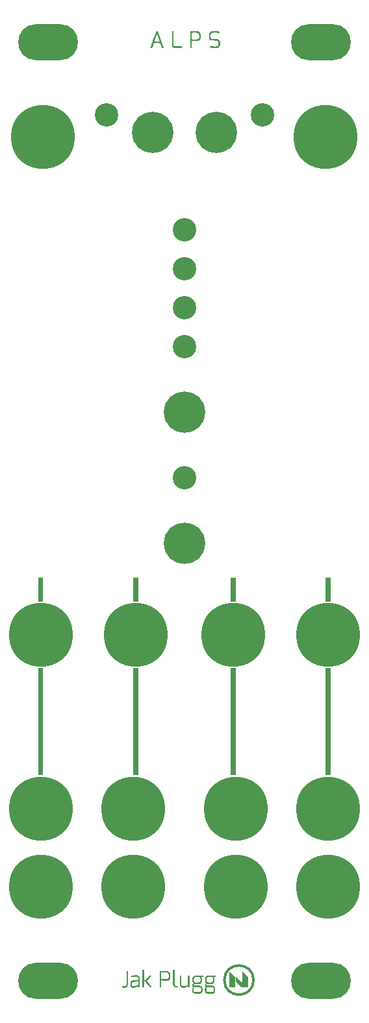
<source format=gts>
G04 DipTrace 4.1.1.0*
G04 alps_panel02.GTS*
%MOIN*%
G04 #@! TF.FileFunction,Soldermask,Top*
G04 #@! TF.Part,Single*
%ADD20C,0.013189*%
%ADD24C,0.120079*%
%ADD25C,0.212*%
%ADD30O,0.307213X0.185165*%
%ADD32C,0.328*%
%FSLAX26Y26*%
G04*
G70*
G90*
G75*
G01*
G04 TopMask*
%LPD*%
D24*
X1379000Y4369000D3*
Y4169000D3*
X979000Y4956500D3*
D25*
X1216500Y4869000D3*
D24*
X1379000Y3093999D3*
D25*
Y3431500D3*
Y2756500D3*
D24*
Y3969000D3*
Y3769000D3*
X1779000Y4956500D3*
D25*
X1541500Y4869000D3*
D32*
X1641500Y994000D3*
X641500D3*
X654000Y4844000D3*
X2104000D3*
X1116500Y994000D3*
D30*
X2079000Y512150D3*
X679000D3*
Y5332000D3*
X2079000D3*
D32*
X2116500Y994000D3*
X641500Y1394000D3*
X1116500D3*
X1641500D3*
X2116500D3*
X641500Y2287751D3*
X1129000D3*
X1629000D3*
X2116500D3*
X1583256Y514875D2*
D20*
G02X1583256Y514875I75000J0D01*
G01*
G36*
X629000Y2119000D2*
X654000D1*
Y1569000D1*
X629000D1*
Y2119000D1*
G37*
G36*
X1116500D2*
X1141500D1*
Y1569000D1*
X1116500D1*
Y2119000D1*
G37*
G36*
X1616500D2*
X1641500D1*
Y1569000D1*
X1616500D1*
Y2119000D1*
G37*
G36*
X2104000D2*
X2129000D1*
Y1569000D1*
X2104000D1*
Y2119000D1*
G37*
G36*
X1616500Y2581500D2*
X1641500D1*
Y2456500D1*
X1616500D1*
Y2581500D1*
G37*
G36*
X2104000D2*
X2129000D1*
Y2456500D1*
X2104000D1*
Y2581500D1*
G37*
G36*
X1116500D2*
X1141500D1*
Y2456500D1*
X1116500D1*
Y2581500D1*
G37*
G36*
X629000D2*
X654000D1*
Y2456500D1*
X629000D1*
Y2581500D1*
G37*
G36*
X1163971Y568279D2*
Y476940D1*
X1171321D1*
Y507387D1*
X1173420Y508436D1*
X1175520D1*
X1177620Y507387D1*
X1181819Y503187D1*
Y502137D1*
X1184969Y497938D1*
X1201767Y476940D1*
X1212265D1*
X1209116Y481140D1*
X1204916Y486389D1*
X1201767Y490589D1*
X1197567Y495838D1*
X1191268Y504237D1*
X1187069Y509486D1*
X1184969Y511586D1*
Y512636D1*
X1197567Y525234D1*
X1199667Y526284D1*
X1211216Y537833D1*
X1200717D1*
X1197567Y535733D1*
X1182869Y522085D1*
X1177620Y516835D1*
X1175520Y515786D1*
X1173420D1*
X1171321Y516835D1*
Y568279D1*
X1163971D1*
G37*
G36*
X1320402D2*
Y492688D1*
X1321452Y487439D1*
X1324601Y481140D1*
X1326701Y479040D1*
X1328801Y477990D1*
X1331950Y476940D1*
X1345599D1*
Y482190D1*
X1342449Y483240D1*
X1334050Y485339D1*
X1331950Y486389D1*
X1328801Y489539D1*
Y492688D1*
X1327751Y568279D1*
X1320402D1*
G37*
G36*
X1081032Y561980D2*
Y493738D1*
X1079982Y492688D1*
X1078932Y488489D1*
Y487439D1*
X1076832Y485339D1*
X1074733Y484289D1*
X1070183Y483240D1*
X1065634D1*
X1061084Y484289D1*
X1058985D1*
X1057935Y481140D1*
Y479040D1*
X1062134Y476940D1*
X1067383Y475891D1*
X1073683D1*
X1078932Y476940D1*
X1083132Y479040D1*
X1085231Y481140D1*
X1086281Y483240D1*
X1087331Y486389D1*
X1088381Y491639D1*
Y561980D1*
X1081032D1*
G37*
G36*
X1252160Y553581D2*
Y476940D1*
X1259509D1*
Y512636D1*
X1263709Y513686D1*
X1267908D1*
X1272108Y512636D1*
X1284706Y511586D1*
X1289956D1*
X1295205Y512636D1*
X1299404Y514736D1*
X1303604Y518935D1*
X1304654Y521035D1*
X1305704Y524184D1*
X1306754Y528384D1*
Y546232D1*
X1304654Y552531D1*
X1303604Y554631D1*
X1299404Y558830D1*
X1295205Y560930D1*
X1292055Y561980D1*
X1252160D1*
Y553581D1*
X1259509D1*
X1269658Y554631D1*
X1279807D1*
X1289956Y553581D1*
X1293105Y552531D1*
X1295205Y551481D1*
X1297305Y549381D1*
Y548331D1*
X1298355Y544132D1*
X1299404Y543082D1*
Y530484D1*
X1298355Y529434D1*
X1297305Y525234D1*
Y524184D1*
X1295205Y522085D1*
X1293105Y521035D1*
X1281907Y519985D1*
X1270708D1*
X1259509Y521035D1*
Y553581D1*
X1252160D1*
G37*
G36*
X1103079Y506337D2*
X1102029Y505287D1*
X1100979Y503187D1*
Y486389D1*
X1103079Y482190D1*
X1107279Y477990D1*
X1109378Y476940D1*
X1113578Y475891D1*
X1117777D1*
X1123027Y476940D1*
X1127226Y477990D1*
X1130376Y479040D1*
X1135625Y481140D1*
X1139824Y483240D1*
X1140948Y483866D1*
X1141860Y483799D1*
X1142974Y483240D1*
Y481140D1*
X1144024Y477990D1*
X1145074Y476940D1*
X1150323D1*
Y525234D1*
X1149273Y529434D1*
X1147174Y533633D1*
X1144024Y536783D1*
X1139824Y538883D1*
X1134575Y539933D1*
X1129326D1*
X1115677Y538883D1*
X1108328Y537833D1*
X1104129Y536783D1*
X1103079Y535733D1*
Y530484D1*
X1106229D1*
X1128276Y531534D1*
X1130376Y532583D1*
X1132475D1*
X1134575Y531534D1*
X1138775Y530484D1*
X1141924Y527334D1*
Y525234D1*
X1142974Y524184D1*
Y514736D1*
X1112528Y513686D1*
X1109378Y512636D1*
X1107279Y511586D1*
X1103079Y507387D1*
Y506337D1*
X1129326D1*
X1133875Y507387D1*
X1138425D1*
X1142974Y506337D1*
Y490589D1*
X1133525Y487439D1*
X1125126Y485339D1*
X1120577Y484289D1*
X1116027D1*
X1111478Y485339D1*
X1108328Y488489D1*
Y500038D1*
X1109378Y501087D1*
Y502137D1*
X1111478Y504237D1*
X1114628Y505287D1*
X1129326Y506337D1*
X1103079D1*
G37*
G36*
X1422239Y477990D2*
X1420139Y475891D1*
X1418040Y472741D1*
Y461192D1*
X1419090Y455943D1*
X1421189Y451744D1*
X1425389Y447544D1*
X1427488Y446494D1*
X1430638Y445444D1*
X1460034D1*
X1463184Y446494D1*
X1465284Y447544D1*
X1468433Y450694D1*
X1470533Y454893D1*
X1471583Y459093D1*
Y473791D1*
X1470533Y476940D1*
X1468433Y481140D1*
X1466334Y483240D1*
X1462134Y485339D1*
X1456885Y486389D1*
X1427488Y487439D1*
X1426439Y488489D1*
Y491639D1*
X1428538Y493738D1*
X1455835Y494788D1*
X1458985Y495838D1*
X1462134Y497938D1*
X1464234Y500038D1*
X1467383Y506337D1*
X1468433Y509486D1*
Y524184D1*
X1467383Y527334D1*
X1465284Y529434D1*
Y530484D1*
X1470533Y531534D1*
X1474733Y532583D1*
Y538883D1*
X1435887D1*
X1431688Y537833D1*
X1428538Y536783D1*
X1425389Y534683D1*
X1423289Y532583D1*
X1421189Y529434D1*
X1432738D1*
X1440437Y530484D1*
X1448136D1*
X1455835Y529434D1*
X1457935Y528384D1*
X1458780Y527028D1*
X1458985Y526284D1*
X1460034Y523135D1*
X1461084Y522085D1*
Y510536D1*
X1460034Y509486D1*
X1458985Y507387D1*
X1458639Y506113D1*
X1457935Y505287D1*
X1453735Y503187D1*
X1447086Y502137D1*
X1440437D1*
X1433788Y503187D1*
X1429588Y505287D1*
Y506337D1*
X1428538Y508436D1*
X1427488Y511586D1*
X1426439Y512636D1*
Y521035D1*
X1427488Y522085D1*
X1428538Y525234D1*
Y526284D1*
X1430638Y528384D1*
X1432738Y529434D1*
X1421189D1*
X1420139Y527334D1*
X1419090Y523135D1*
Y510536D1*
X1420139Y506337D1*
X1421189Y504237D1*
X1425389Y500038D1*
X1423289Y498988D1*
X1420139Y495838D1*
X1419090Y493738D1*
Y485339D1*
X1422239Y479040D1*
Y477990D1*
X1426439D1*
X1427562Y478617D1*
X1428474Y478550D1*
X1429588Y477990D1*
X1461084Y476940D1*
X1463184Y474841D1*
Y472741D1*
X1464234Y471691D1*
Y461192D1*
X1463184Y460142D1*
X1462134Y456993D1*
X1461789Y455719D1*
X1461084Y454893D1*
X1458985Y453843D1*
X1449886Y452793D1*
X1440787D1*
X1431688Y453843D1*
X1429588Y454893D1*
X1426439Y458043D1*
Y477990D1*
X1422239D1*
G37*
G36*
X1487331D2*
X1485231Y475891D1*
X1483132Y472741D1*
Y461192D1*
X1484181Y455943D1*
X1486281Y451744D1*
X1490481Y447544D1*
X1492580Y446494D1*
X1495730Y445444D1*
X1525126D1*
X1528276Y446494D1*
X1530376Y447544D1*
X1533525Y450694D1*
X1535625Y454893D1*
X1536675Y459093D1*
Y473791D1*
X1535625Y476940D1*
X1533525Y481140D1*
X1531425Y483240D1*
X1527226Y485339D1*
X1521977Y486389D1*
X1492580Y487439D1*
X1491530Y488489D1*
Y491639D1*
X1493630Y493738D1*
X1520927Y494788D1*
X1524076Y495838D1*
X1527226Y497938D1*
X1529326Y500038D1*
X1532475Y506337D1*
X1533525Y509486D1*
Y524184D1*
X1532475Y527334D1*
X1530376Y529434D1*
Y530484D1*
X1535625Y531534D1*
X1539824Y532583D1*
Y538883D1*
X1500979D1*
X1496780Y537833D1*
X1493630Y536783D1*
X1490481Y534683D1*
X1488381Y532583D1*
X1486281Y529434D1*
X1497830D1*
X1505529Y530484D1*
X1513228D1*
X1520927Y529434D1*
X1523027Y528384D1*
X1523872Y527028D1*
X1524076Y526284D1*
X1525126Y523135D1*
X1526176Y522085D1*
Y510536D1*
X1525126Y509486D1*
X1524076Y507387D1*
X1523731Y506113D1*
X1523027Y505287D1*
X1518827Y503187D1*
X1512178Y502137D1*
X1505529D1*
X1498880Y503187D1*
X1494680Y505287D1*
Y506337D1*
X1493630Y508436D1*
X1492580Y511586D1*
X1491530Y512636D1*
Y521035D1*
X1492580Y522085D1*
X1493630Y525234D1*
Y526284D1*
X1495730Y528384D1*
X1497830Y529434D1*
X1486281D1*
X1485231Y527334D1*
X1484181Y523135D1*
Y510536D1*
X1485231Y506337D1*
X1486281Y504237D1*
X1490481Y500038D1*
X1488381Y498988D1*
X1485231Y495838D1*
X1484181Y493738D1*
Y485339D1*
X1487331Y479040D1*
Y477990D1*
X1491530D1*
X1492654Y478617D1*
X1493566Y478550D1*
X1494680Y477990D1*
X1526176Y476940D1*
X1528276Y474841D1*
Y472741D1*
X1529326Y471691D1*
Y461192D1*
X1528276Y460142D1*
X1527226Y456993D1*
X1526881Y455719D1*
X1526176Y454893D1*
X1524076Y453843D1*
X1514978Y452793D1*
X1505879D1*
X1496780Y453843D1*
X1494680Y454893D1*
X1491530Y458043D1*
Y477990D1*
X1487331D1*
G37*
G36*
X1355048Y537833D2*
Y490589D1*
X1356097Y487439D1*
X1358197Y483240D1*
X1362397Y479040D1*
X1366596Y476940D1*
X1369746Y475891D1*
X1379195D1*
X1385494Y477990D1*
X1393893Y482190D1*
X1394943Y483240D1*
X1395727Y483914D1*
X1396271Y483852D1*
X1396992Y483135D1*
X1397555Y482169D1*
X1398092Y481140D1*
X1399142Y477990D1*
X1400192Y476940D1*
X1404391D1*
Y537833D1*
X1397042D1*
Y490589D1*
X1390743Y487439D1*
X1384444Y485339D1*
X1379195Y484289D1*
X1376395Y483240D1*
X1373595D1*
X1370796Y484289D1*
X1364496Y487439D1*
Y488489D1*
X1363446Y491639D1*
X1362397Y537833D1*
X1355048D1*
G37*
G36*
X1525126Y5388226D2*
X1518827Y5387177D1*
X1515677Y5386127D1*
X1513578Y5385077D1*
X1508328Y5379828D1*
X1507279Y5377728D1*
X1506229Y5374578D1*
Y5352531D1*
X1507279Y5349381D1*
X1509378Y5345182D1*
X1510428Y5344132D1*
X1513578Y5342032D1*
X1516727Y5340982D1*
X1520927Y5339933D1*
X1547174Y5338883D1*
X1549273Y5337833D1*
X1551373Y5335733D1*
Y5334683D1*
X1552423Y5333633D1*
Y5315786D1*
X1551373Y5314736D1*
X1551028Y5313462D1*
X1550323Y5312636D1*
X1546124Y5310536D1*
X1540874Y5309486D1*
X1536325Y5308436D1*
X1531775D1*
X1527226Y5309486D1*
X1508328Y5310536D1*
Y5304237D1*
X1511478Y5303187D1*
X1519877Y5302137D1*
X1530376Y5301087D1*
X1542974D1*
X1548223Y5302137D1*
X1551373Y5303187D1*
X1553473Y5304237D1*
X1557672Y5308436D1*
X1559772Y5312636D1*
X1560822Y5317885D1*
Y5330484D1*
X1559772Y5336783D1*
X1557672Y5340982D1*
X1553473Y5345182D1*
X1549273Y5347282D1*
X1521977Y5348331D1*
X1517777Y5349381D1*
X1515677Y5350431D1*
X1514628Y5351481D1*
Y5353581D1*
X1513578Y5354631D1*
Y5372478D1*
X1514628Y5373528D1*
Y5375628D1*
X1516727Y5377728D1*
X1518827Y5378778D1*
X1530026Y5379828D1*
X1541224D1*
X1552423Y5378778D1*
X1557672D1*
Y5385077D1*
X1552423Y5386127D1*
X1544024Y5387177D1*
X1532475Y5388226D1*
X1525126D1*
G37*
G36*
X1230113Y5373528D2*
X1229063Y5372478D1*
X1228013Y5369329D1*
X1226964Y5367229D1*
X1224864Y5360930D1*
X1223814Y5358830D1*
X1220664Y5349381D1*
X1219614Y5347282D1*
X1216465Y5337833D1*
X1215415Y5335733D1*
X1213315Y5329434D1*
X1212265Y5327334D1*
X1209116Y5317885D1*
X1208066Y5315786D1*
X1205966Y5309486D1*
X1204916Y5307387D1*
X1203866Y5304237D1*
Y5302137D1*
X1213315D1*
X1217515Y5314736D1*
X1218565Y5318935D1*
X1219614Y5322085D1*
Y5324184D1*
X1220664Y5325234D1*
X1232563Y5326284D1*
X1244461D1*
X1256360Y5325234D1*
Y5323135D1*
X1259509Y5313686D1*
X1260559Y5309486D1*
X1262659Y5303187D1*
X1263709Y5302137D1*
X1272108D1*
Y5304237D1*
X1270008Y5310536D1*
X1268958Y5312636D1*
X1263709Y5328384D1*
X1262659Y5330484D1*
X1256360Y5349381D1*
X1255310Y5351481D1*
X1250061Y5367229D1*
X1249011Y5369329D1*
X1243761Y5385077D1*
X1242712Y5387177D1*
X1234313D1*
X1232213Y5380877D1*
X1231163Y5378778D1*
X1230113Y5375628D1*
Y5373528D1*
X1237462D1*
X1238246Y5374203D1*
X1238777Y5374115D1*
X1239375Y5373246D1*
X1239562Y5372478D1*
X1245861Y5353581D1*
X1246911Y5351481D1*
X1252160Y5335733D1*
X1253210Y5334683D1*
X1243411Y5333633D1*
X1233613D1*
X1223814Y5334683D1*
X1224018Y5335427D1*
X1224864Y5336783D1*
X1225914Y5339933D1*
X1226964Y5342032D1*
X1232213Y5357780D1*
X1233263Y5359880D1*
X1237462Y5372478D1*
Y5373528D1*
X1230113D1*
G37*
G36*
X1315153Y5387177D2*
Y5313686D1*
X1316202Y5309486D1*
X1317252Y5307387D1*
X1320402Y5304237D1*
X1322502Y5303187D1*
X1325651Y5302137D1*
X1366596D1*
Y5309486D1*
X1326701Y5310536D1*
X1324601Y5311586D1*
X1323551Y5312636D1*
Y5387177D1*
X1315153D1*
G37*
G36*
X1407541Y5378778D2*
Y5302137D1*
X1414890D1*
Y5337833D1*
X1419090Y5338883D1*
X1423289D1*
X1427488Y5337833D1*
X1440087Y5336783D1*
X1445336D1*
X1450586Y5337833D1*
X1454785Y5339933D1*
X1458985Y5344132D1*
X1460034Y5346232D1*
X1461084Y5349381D1*
X1462134Y5353581D1*
Y5371429D1*
X1460034Y5377728D1*
X1458985Y5379828D1*
X1454785Y5384027D1*
X1450586Y5386127D1*
X1447436Y5387177D1*
X1407541D1*
Y5378778D1*
X1414890D1*
X1425039Y5379828D1*
X1435188D1*
X1445336Y5378778D1*
X1448486Y5377728D1*
X1450586Y5376678D1*
X1452685Y5374578D1*
Y5373528D1*
X1453735Y5369329D1*
X1454785Y5368279D1*
Y5355681D1*
X1453735Y5354631D1*
X1452685Y5350431D1*
Y5349381D1*
X1450586Y5347282D1*
X1448486Y5346232D1*
X1437287Y5345182D1*
X1426089D1*
X1414890Y5346232D1*
Y5378778D1*
X1407541D1*
G37*
G36*
X1609116Y560930D2*
Y477990D1*
X1637462D1*
Y532583D1*
X1609116Y560930D1*
G37*
G36*
X1677357D2*
Y506337D1*
X1674908Y505287D1*
X1672458D1*
X1670008Y506337D1*
X1643761Y532583D1*
Y505287D1*
X1671058Y477990D1*
X1705704D1*
Y532583D1*
X1677357Y560930D1*
G37*
M02*

</source>
